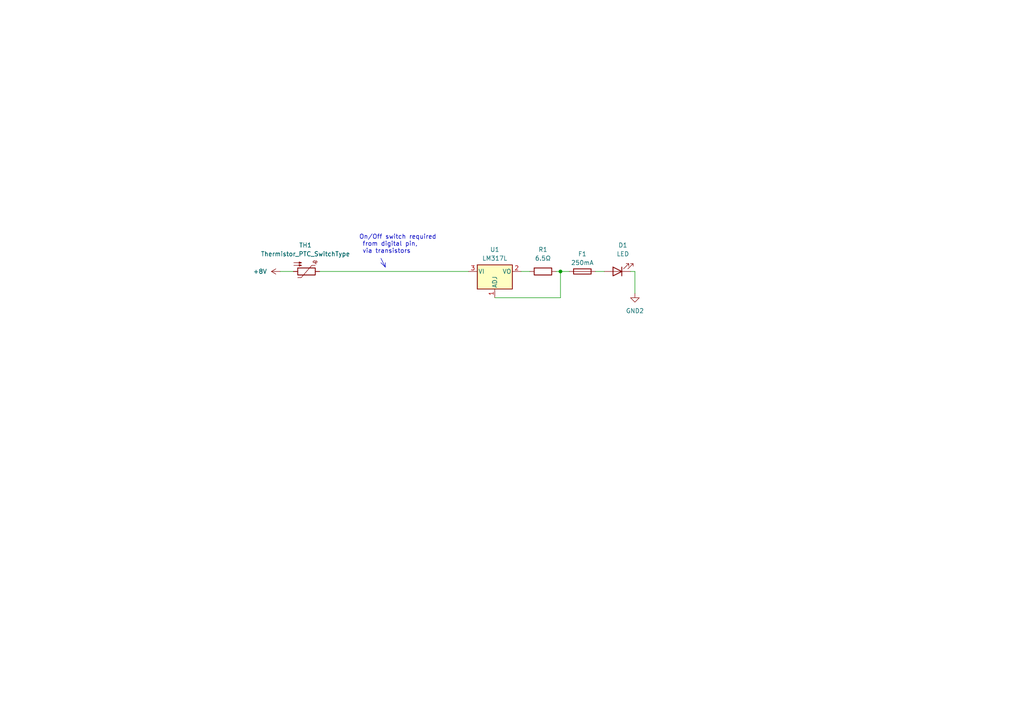
<source format=kicad_sch>
(kicad_sch (version 20230121) (generator eeschema)

  (uuid 4b2dfb37-bdac-47fc-b2cf-4baa192ecb6e)

  (paper "A4")

  (lib_symbols
    (symbol "Device:Fuse" (pin_numbers hide) (pin_names (offset 0)) (in_bom yes) (on_board yes)
      (property "Reference" "F" (at 2.032 0 90)
        (effects (font (size 1.27 1.27)))
      )
      (property "Value" "Fuse" (at -1.905 0 90)
        (effects (font (size 1.27 1.27)))
      )
      (property "Footprint" "" (at -1.778 0 90)
        (effects (font (size 1.27 1.27)) hide)
      )
      (property "Datasheet" "~" (at 0 0 0)
        (effects (font (size 1.27 1.27)) hide)
      )
      (property "ki_keywords" "fuse" (at 0 0 0)
        (effects (font (size 1.27 1.27)) hide)
      )
      (property "ki_description" "Fuse" (at 0 0 0)
        (effects (font (size 1.27 1.27)) hide)
      )
      (property "ki_fp_filters" "*Fuse*" (at 0 0 0)
        (effects (font (size 1.27 1.27)) hide)
      )
      (symbol "Fuse_0_1"
        (rectangle (start -0.762 -2.54) (end 0.762 2.54)
          (stroke (width 0.254) (type default))
          (fill (type none))
        )
        (polyline
          (pts
            (xy 0 2.54)
            (xy 0 -2.54)
          )
          (stroke (width 0) (type default))
          (fill (type none))
        )
      )
      (symbol "Fuse_1_1"
        (pin passive line (at 0 3.81 270) (length 1.27)
          (name "~" (effects (font (size 1.27 1.27))))
          (number "1" (effects (font (size 1.27 1.27))))
        )
        (pin passive line (at 0 -3.81 90) (length 1.27)
          (name "~" (effects (font (size 1.27 1.27))))
          (number "2" (effects (font (size 1.27 1.27))))
        )
      )
    )
    (symbol "Device:LED" (pin_numbers hide) (pin_names (offset 1.016) hide) (in_bom yes) (on_board yes)
      (property "Reference" "D" (at 0 2.54 0)
        (effects (font (size 1.27 1.27)))
      )
      (property "Value" "LED" (at 0 -2.54 0)
        (effects (font (size 1.27 1.27)))
      )
      (property "Footprint" "" (at 0 0 0)
        (effects (font (size 1.27 1.27)) hide)
      )
      (property "Datasheet" "~" (at 0 0 0)
        (effects (font (size 1.27 1.27)) hide)
      )
      (property "ki_keywords" "LED diode" (at 0 0 0)
        (effects (font (size 1.27 1.27)) hide)
      )
      (property "ki_description" "Light emitting diode" (at 0 0 0)
        (effects (font (size 1.27 1.27)) hide)
      )
      (property "ki_fp_filters" "LED* LED_SMD:* LED_THT:*" (at 0 0 0)
        (effects (font (size 1.27 1.27)) hide)
      )
      (symbol "LED_0_1"
        (polyline
          (pts
            (xy -1.27 -1.27)
            (xy -1.27 1.27)
          )
          (stroke (width 0.254) (type default))
          (fill (type none))
        )
        (polyline
          (pts
            (xy -1.27 0)
            (xy 1.27 0)
          )
          (stroke (width 0) (type default))
          (fill (type none))
        )
        (polyline
          (pts
            (xy 1.27 -1.27)
            (xy 1.27 1.27)
            (xy -1.27 0)
            (xy 1.27 -1.27)
          )
          (stroke (width 0.254) (type default))
          (fill (type none))
        )
        (polyline
          (pts
            (xy -3.048 -0.762)
            (xy -4.572 -2.286)
            (xy -3.81 -2.286)
            (xy -4.572 -2.286)
            (xy -4.572 -1.524)
          )
          (stroke (width 0) (type default))
          (fill (type none))
        )
        (polyline
          (pts
            (xy -1.778 -0.762)
            (xy -3.302 -2.286)
            (xy -2.54 -2.286)
            (xy -3.302 -2.286)
            (xy -3.302 -1.524)
          )
          (stroke (width 0) (type default))
          (fill (type none))
        )
      )
      (symbol "LED_1_1"
        (pin passive line (at -3.81 0 0) (length 2.54)
          (name "K" (effects (font (size 1.27 1.27))))
          (number "1" (effects (font (size 1.27 1.27))))
        )
        (pin passive line (at 3.81 0 180) (length 2.54)
          (name "A" (effects (font (size 1.27 1.27))))
          (number "2" (effects (font (size 1.27 1.27))))
        )
      )
    )
    (symbol "Device:R" (pin_numbers hide) (pin_names (offset 0)) (in_bom yes) (on_board yes)
      (property "Reference" "R" (at 2.032 0 90)
        (effects (font (size 1.27 1.27)))
      )
      (property "Value" "R" (at 0 0 90)
        (effects (font (size 1.27 1.27)))
      )
      (property "Footprint" "" (at -1.778 0 90)
        (effects (font (size 1.27 1.27)) hide)
      )
      (property "Datasheet" "~" (at 0 0 0)
        (effects (font (size 1.27 1.27)) hide)
      )
      (property "ki_keywords" "R res resistor" (at 0 0 0)
        (effects (font (size 1.27 1.27)) hide)
      )
      (property "ki_description" "Resistor" (at 0 0 0)
        (effects (font (size 1.27 1.27)) hide)
      )
      (property "ki_fp_filters" "R_*" (at 0 0 0)
        (effects (font (size 1.27 1.27)) hide)
      )
      (symbol "R_0_1"
        (rectangle (start -1.016 -2.54) (end 1.016 2.54)
          (stroke (width 0.254) (type default))
          (fill (type none))
        )
      )
      (symbol "R_1_1"
        (pin passive line (at 0 3.81 270) (length 1.27)
          (name "~" (effects (font (size 1.27 1.27))))
          (number "1" (effects (font (size 1.27 1.27))))
        )
        (pin passive line (at 0 -3.81 90) (length 1.27)
          (name "~" (effects (font (size 1.27 1.27))))
          (number "2" (effects (font (size 1.27 1.27))))
        )
      )
    )
    (symbol "Device:Thermistor_PTC" (pin_numbers hide) (pin_names (offset 0)) (in_bom yes) (on_board yes)
      (property "Reference" "TH" (at -4.064 0 90)
        (effects (font (size 1.27 1.27)))
      )
      (property "Value" "Thermistor_PTC" (at 3.048 0 90)
        (effects (font (size 1.27 1.27)))
      )
      (property "Footprint" "" (at 1.27 -5.08 0)
        (effects (font (size 1.27 1.27)) (justify left) hide)
      )
      (property "Datasheet" "~" (at 0 0 0)
        (effects (font (size 1.27 1.27)) hide)
      )
      (property "ki_keywords" "resistor PTC thermistor sensor RTD" (at 0 0 0)
        (effects (font (size 1.27 1.27)) hide)
      )
      (property "ki_description" "Temperature dependent resistor, positive temperature coefficient" (at 0 0 0)
        (effects (font (size 1.27 1.27)) hide)
      )
      (property "ki_fp_filters" "*PTC* *Thermistor* PIN?ARRAY* bornier* *Terminal?Block* R_*" (at 0 0 0)
        (effects (font (size 1.27 1.27)) hide)
      )
      (symbol "Thermistor_PTC_0_1"
        (arc (start -3.048 2.159) (mid -3.0495 2.3143) (end -3.175 2.413)
          (stroke (width 0) (type default))
          (fill (type none))
        )
        (arc (start -3.048 2.159) (mid -2.9736 1.9794) (end -2.794 1.905)
          (stroke (width 0) (type default))
          (fill (type none))
        )
        (arc (start -3.048 2.794) (mid -2.9736 2.6144) (end -2.794 2.54)
          (stroke (width 0) (type default))
          (fill (type none))
        )
        (arc (start -2.794 1.905) (mid -2.6144 1.9794) (end -2.54 2.159)
          (stroke (width 0) (type default))
          (fill (type none))
        )
        (arc (start -2.794 2.54) (mid -2.4393 2.5587) (end -2.159 2.794)
          (stroke (width 0) (type default))
          (fill (type none))
        )
        (arc (start -2.794 3.048) (mid -2.9736 2.9736) (end -3.048 2.794)
          (stroke (width 0) (type default))
          (fill (type none))
        )
        (arc (start -2.54 2.794) (mid -2.6144 2.9736) (end -2.794 3.048)
          (stroke (width 0) (type default))
          (fill (type none))
        )
        (rectangle (start -1.016 2.54) (end 1.016 -2.54)
          (stroke (width 0.254) (type default))
          (fill (type none))
        )
        (polyline
          (pts
            (xy -2.54 2.159)
            (xy -2.54 2.794)
          )
          (stroke (width 0) (type default))
          (fill (type none))
        )
        (polyline
          (pts
            (xy -1.778 2.54)
            (xy -1.778 1.524)
            (xy 1.778 -1.524)
            (xy 1.778 -2.54)
          )
          (stroke (width 0) (type default))
          (fill (type none))
        )
        (polyline
          (pts
            (xy -2.54 -3.683)
            (xy -2.54 -1.397)
            (xy -2.794 -2.159)
            (xy -2.286 -2.159)
            (xy -2.54 -1.397)
            (xy -2.54 -1.651)
          )
          (stroke (width 0) (type default))
          (fill (type outline))
        )
        (polyline
          (pts
            (xy -1.778 -3.683)
            (xy -1.778 -1.397)
            (xy -2.032 -2.159)
            (xy -1.524 -2.159)
            (xy -1.778 -1.397)
            (xy -1.778 -1.651)
          )
          (stroke (width 0) (type default))
          (fill (type outline))
        )
      )
      (symbol "Thermistor_PTC_1_1"
        (pin passive line (at 0 3.81 270) (length 1.27)
          (name "~" (effects (font (size 1.27 1.27))))
          (number "1" (effects (font (size 1.27 1.27))))
        )
        (pin passive line (at 0 -3.81 90) (length 1.27)
          (name "~" (effects (font (size 1.27 1.27))))
          (number "2" (effects (font (size 1.27 1.27))))
        )
      )
    )
    (symbol "Regulator_Linear:LM317L_SOT-89" (pin_names (offset 0.254)) (in_bom yes) (on_board yes)
      (property "Reference" "U" (at -3.81 3.175 0)
        (effects (font (size 1.27 1.27)))
      )
      (property "Value" "LM317L_SOT-89" (at 0 3.175 0)
        (effects (font (size 1.27 1.27)) (justify left))
      )
      (property "Footprint" "Package_TO_SOT_SMD:SOT-89-3" (at 0 6.35 0)
        (effects (font (size 1.27 1.27) italic) hide)
      )
      (property "Datasheet" "http://www.ti.com/lit/ds/symlink/lm317l.pdf" (at 0 0 0)
        (effects (font (size 1.27 1.27)) hide)
      )
      (property "ki_keywords" "Adjustable Voltage Regulator 1A Positive" (at 0 0 0)
        (effects (font (size 1.27 1.27)) hide)
      )
      (property "ki_description" "100mA 35V Adjustable Linear Regulator, SOT-89" (at 0 0 0)
        (effects (font (size 1.27 1.27)) hide)
      )
      (property "ki_fp_filters" "SOT?89*" (at 0 0 0)
        (effects (font (size 1.27 1.27)) hide)
      )
      (symbol "LM317L_SOT-89_0_1"
        (rectangle (start -5.08 1.905) (end 5.08 -5.08)
          (stroke (width 0.254) (type default))
          (fill (type background))
        )
      )
      (symbol "LM317L_SOT-89_1_1"
        (pin input line (at 0 -7.62 90) (length 2.54)
          (name "ADJ" (effects (font (size 1.27 1.27))))
          (number "1" (effects (font (size 1.27 1.27))))
        )
        (pin power_out line (at 7.62 0 180) (length 2.54)
          (name "VO" (effects (font (size 1.27 1.27))))
          (number "2" (effects (font (size 1.27 1.27))))
        )
        (pin power_in line (at -7.62 0 0) (length 2.54)
          (name "VI" (effects (font (size 1.27 1.27))))
          (number "3" (effects (font (size 1.27 1.27))))
        )
      )
    )
    (symbol "power:+8V" (power) (pin_names (offset 0)) (in_bom yes) (on_board yes)
      (property "Reference" "#PWR" (at 0 -3.81 0)
        (effects (font (size 1.27 1.27)) hide)
      )
      (property "Value" "+8V" (at 0 3.556 0)
        (effects (font (size 1.27 1.27)))
      )
      (property "Footprint" "" (at 0 0 0)
        (effects (font (size 1.27 1.27)) hide)
      )
      (property "Datasheet" "" (at 0 0 0)
        (effects (font (size 1.27 1.27)) hide)
      )
      (property "ki_keywords" "global power" (at 0 0 0)
        (effects (font (size 1.27 1.27)) hide)
      )
      (property "ki_description" "Power symbol creates a global label with name \"+8V\"" (at 0 0 0)
        (effects (font (size 1.27 1.27)) hide)
      )
      (symbol "+8V_0_1"
        (polyline
          (pts
            (xy -0.762 1.27)
            (xy 0 2.54)
          )
          (stroke (width 0) (type default))
          (fill (type none))
        )
        (polyline
          (pts
            (xy 0 0)
            (xy 0 2.54)
          )
          (stroke (width 0) (type default))
          (fill (type none))
        )
        (polyline
          (pts
            (xy 0 2.54)
            (xy 0.762 1.27)
          )
          (stroke (width 0) (type default))
          (fill (type none))
        )
      )
      (symbol "+8V_1_1"
        (pin power_in line (at 0 0 90) (length 0) hide
          (name "+8V" (effects (font (size 1.27 1.27))))
          (number "1" (effects (font (size 1.27 1.27))))
        )
      )
    )
    (symbol "power:GND2" (power) (pin_names (offset 0)) (in_bom yes) (on_board yes)
      (property "Reference" "#PWR" (at 0 -6.35 0)
        (effects (font (size 1.27 1.27)) hide)
      )
      (property "Value" "GND2" (at 0 -3.81 0)
        (effects (font (size 1.27 1.27)))
      )
      (property "Footprint" "" (at 0 0 0)
        (effects (font (size 1.27 1.27)) hide)
      )
      (property "Datasheet" "" (at 0 0 0)
        (effects (font (size 1.27 1.27)) hide)
      )
      (property "ki_keywords" "global power" (at 0 0 0)
        (effects (font (size 1.27 1.27)) hide)
      )
      (property "ki_description" "Power symbol creates a global label with name \"GND2\" , ground" (at 0 0 0)
        (effects (font (size 1.27 1.27)) hide)
      )
      (symbol "GND2_0_1"
        (polyline
          (pts
            (xy 0 0)
            (xy 0 -1.27)
            (xy 1.27 -1.27)
            (xy 0 -2.54)
            (xy -1.27 -1.27)
            (xy 0 -1.27)
          )
          (stroke (width 0) (type default))
          (fill (type none))
        )
      )
      (symbol "GND2_1_1"
        (pin power_in line (at 0 0 270) (length 0) hide
          (name "GND2" (effects (font (size 1.27 1.27))))
          (number "1" (effects (font (size 1.27 1.27))))
        )
      )
    )
  )

  (junction (at 162.56 78.74) (diameter 0) (color 0 0 0 0)
    (uuid 52699a15-4246-4315-8758-31efc0b552b1)
  )

  (wire (pts (xy 81.28 78.74) (xy 85.09 78.74))
    (stroke (width 0) (type default))
    (uuid 1d92d4d0-27b9-48e1-ba87-74b90079dd48)
  )
  (polyline (pts (xy 111.76 77.47) (xy 110.49 76.2))
    (stroke (width 0) (type default))
    (uuid 256ed7a8-ea10-4959-8d7b-3e6a2e5ccceb)
  )

  (wire (pts (xy 153.67 78.74) (xy 151.13 78.74))
    (stroke (width 0) (type default))
    (uuid 36f57075-55fd-4025-b5b3-80cb1c6cee91)
  )
  (wire (pts (xy 184.15 78.74) (xy 184.15 85.09))
    (stroke (width 0) (type default))
    (uuid 58df62a5-7203-446e-a733-f80a85ddf889)
  )
  (wire (pts (xy 172.72 78.74) (xy 175.26 78.74))
    (stroke (width 0) (type default))
    (uuid 60e217d0-4a4d-47f9-a750-2e390b6765d2)
  )
  (wire (pts (xy 162.56 86.36) (xy 143.51 86.36))
    (stroke (width 0) (type default))
    (uuid 6912f97c-5868-405a-9031-870081d3c714)
  )
  (polyline (pts (xy 110.49 74.93) (xy 111.76 77.47))
    (stroke (width 0) (type default))
    (uuid 6b9d5f20-2e4c-429a-801e-4ad9adb43ccb)
  )

  (wire (pts (xy 162.56 78.74) (xy 162.56 86.36))
    (stroke (width 0) (type default))
    (uuid cd2c0dcc-144b-4f20-8d9f-cd776e33ebd8)
  )
  (wire (pts (xy 161.29 78.74) (xy 162.56 78.74))
    (stroke (width 0) (type default))
    (uuid da313fcf-d7d4-4b6a-86d9-f2dcac13ef30)
  )
  (wire (pts (xy 162.56 78.74) (xy 165.1 78.74))
    (stroke (width 0) (type default))
    (uuid ebd10391-0b7e-4664-83f5-5d5e0e28884d)
  )
  (polyline (pts (xy 111.76 76.2) (xy 111.76 77.47))
    (stroke (width 0) (type default))
    (uuid ecafe496-f905-4b28-8189-4347239cd766)
  )

  (wire (pts (xy 92.71 78.74) (xy 135.89 78.74))
    (stroke (width 0) (type default))
    (uuid f8955280-18ea-4869-9b0c-9d19599c29e8)
  )
  (wire (pts (xy 184.15 78.74) (xy 182.88 78.74))
    (stroke (width 0) (type default))
    (uuid fe61b922-da6b-450c-94df-4a1a5de022f8)
  )

  (text "On/Off switch required\n from digital pin,\n via transistors"
    (at 104.14 73.66 0)
    (effects (font (size 1.27 1.27)) (justify left bottom))
    (uuid 34f56a6e-ebc7-434e-a73f-caadba1ba976)
  )

  (symbol (lib_id "power:GND2") (at 184.15 85.09 0) (unit 1)
    (in_bom yes) (on_board yes) (dnp no) (fields_autoplaced)
    (uuid 0b623260-27e5-4ca7-9c2e-f37ed01e5441)
    (property "Reference" "#PWR011" (at 184.15 91.44 0)
      (effects (font (size 1.27 1.27)) hide)
    )
    (property "Value" "GND2" (at 184.15 90.17 0)
      (effects (font (size 1.27 1.27)))
    )
    (property "Footprint" "" (at 184.15 85.09 0)
      (effects (font (size 1.27 1.27)) hide)
    )
    (property "Datasheet" "" (at 184.15 85.09 0)
      (effects (font (size 1.27 1.27)) hide)
    )
    (pin "1" (uuid 9bfe76b0-471f-4edd-88c2-46199c33185d))
    (instances
      (project "KaCat1-2 wiring"
        (path "/5d2fc9f9-e9c7-40c5-b3fa-7f2393597598/b3e38a58-c382-4799-b908-63320a51c951"
          (reference "#PWR011") (unit 1)
        )
      )
    )
  )

  (symbol (lib_id "Device:Thermistor_PTC") (at 88.9 78.74 270) (unit 1)
    (in_bom yes) (on_board yes) (dnp no) (fields_autoplaced)
    (uuid 0c9681cc-9c74-468c-b16d-2c6e76a4d062)
    (property "Reference" "TH1" (at 88.5825 71.12 90)
      (effects (font (size 1.27 1.27)))
    )
    (property "Value" "Thermistor_PTC_SwitchType" (at 88.5825 73.66 90)
      (effects (font (size 1.27 1.27)))
    )
    (property "Footprint" "" (at 83.82 80.01 0)
      (effects (font (size 1.27 1.27)) (justify left) hide)
    )
    (property "Datasheet" "~" (at 88.9 78.74 0)
      (effects (font (size 1.27 1.27)) hide)
    )
    (pin "1" (uuid dc73f686-6afa-4ac6-b2fd-32ebe938dfdb))
    (pin "2" (uuid d6f7a9c4-279b-4a59-a110-e6bcf61c9e11))
    (instances
      (project "KaCat1-2 wiring"
        (path "/5d2fc9f9-e9c7-40c5-b3fa-7f2393597598/b3e38a58-c382-4799-b908-63320a51c951"
          (reference "TH1") (unit 1)
        )
      )
    )
  )

  (symbol (lib_id "Device:Fuse") (at 168.91 78.74 270) (unit 1)
    (in_bom yes) (on_board yes) (dnp no) (fields_autoplaced)
    (uuid 41bcbe88-e104-4cb4-8a63-3f297ae8c3c3)
    (property "Reference" "F1" (at 168.91 73.66 90)
      (effects (font (size 1.27 1.27)))
    )
    (property "Value" "250mA" (at 168.91 76.2 90)
      (effects (font (size 1.27 1.27)))
    )
    (property "Footprint" "" (at 168.91 76.962 90)
      (effects (font (size 1.27 1.27)) hide)
    )
    (property "Datasheet" "~" (at 168.91 78.74 0)
      (effects (font (size 1.27 1.27)) hide)
    )
    (pin "2" (uuid 601212d5-31d1-4b5d-a911-5dd923397760))
    (pin "1" (uuid 314ccf57-aea0-4eea-abf5-67ce97b728fc))
    (instances
      (project "KaCat1-2 wiring"
        (path "/5d2fc9f9-e9c7-40c5-b3fa-7f2393597598/b3e38a58-c382-4799-b908-63320a51c951"
          (reference "F1") (unit 1)
        )
      )
    )
  )

  (symbol (lib_id "Device:R") (at 157.48 78.74 270) (unit 1)
    (in_bom yes) (on_board yes) (dnp no) (fields_autoplaced)
    (uuid 6986096d-7ba2-43ae-8dc9-f29e33a5155e)
    (property "Reference" "R1" (at 157.48 72.39 90)
      (effects (font (size 1.27 1.27)))
    )
    (property "Value" "6.5Ω" (at 157.48 74.93 90)
      (effects (font (size 1.27 1.27)))
    )
    (property "Footprint" "" (at 157.48 76.962 90)
      (effects (font (size 1.27 1.27)) hide)
    )
    (property "Datasheet" "~" (at 157.48 78.74 0)
      (effects (font (size 1.27 1.27)) hide)
    )
    (pin "2" (uuid 9f906912-1f61-4aff-8e99-8a228c1b3abe))
    (pin "1" (uuid 441b3952-e9c9-424a-aaca-40b0ab63ff6e))
    (instances
      (project "KaCat1-2 wiring"
        (path "/5d2fc9f9-e9c7-40c5-b3fa-7f2393597598/b3e38a58-c382-4799-b908-63320a51c951"
          (reference "R1") (unit 1)
        )
      )
    )
  )

  (symbol (lib_id "Regulator_Linear:LM317L_SOT-89") (at 143.51 78.74 0) (unit 1)
    (in_bom yes) (on_board yes) (dnp no) (fields_autoplaced)
    (uuid ca94a07c-6066-4909-b3fe-0237a6522020)
    (property "Reference" "U1" (at 143.51 72.39 0)
      (effects (font (size 1.27 1.27)))
    )
    (property "Value" "LM317L" (at 143.51 74.93 0)
      (effects (font (size 1.27 1.27)))
    )
    (property "Footprint" "Package_TO_SOT_SMD:SOT-89-3" (at 143.51 72.39 0)
      (effects (font (size 1.27 1.27) italic) hide)
    )
    (property "Datasheet" "http://www.ti.com/lit/ds/symlink/lm317l.pdf" (at 143.51 78.74 0)
      (effects (font (size 1.27 1.27)) hide)
    )
    (pin "3" (uuid 8fb5b1e3-2ef9-4080-91b1-861d92ffff85))
    (pin "1" (uuid 916cdfa5-9411-43c9-a67a-040496e57842))
    (pin "2" (uuid ddca7bc5-32c9-426c-8e46-6fa216369684))
    (instances
      (project "KaCat1-2 wiring"
        (path "/5d2fc9f9-e9c7-40c5-b3fa-7f2393597598/b3e38a58-c382-4799-b908-63320a51c951"
          (reference "U1") (unit 1)
        )
      )
    )
  )

  (symbol (lib_id "power:+8V") (at 81.28 78.74 90) (unit 1)
    (in_bom yes) (on_board yes) (dnp no) (fields_autoplaced)
    (uuid de26ab7d-5102-40cc-b195-c883d9cdcfe2)
    (property "Reference" "#PWR014" (at 85.09 78.74 0)
      (effects (font (size 1.27 1.27)) hide)
    )
    (property "Value" "+8V" (at 77.47 78.74 90)
      (effects (font (size 1.27 1.27)) (justify left))
    )
    (property "Footprint" "" (at 81.28 78.74 0)
      (effects (font (size 1.27 1.27)) hide)
    )
    (property "Datasheet" "" (at 81.28 78.74 0)
      (effects (font (size 1.27 1.27)) hide)
    )
    (pin "1" (uuid 9b6dcd21-a5a1-4b21-9502-9953b7c91d28))
    (instances
      (project "KaCat1-2 wiring"
        (path "/5d2fc9f9-e9c7-40c5-b3fa-7f2393597598/b3e38a58-c382-4799-b908-63320a51c951"
          (reference "#PWR014") (unit 1)
        )
      )
    )
  )

  (symbol (lib_id "Device:LED") (at 179.07 78.74 180) (unit 1)
    (in_bom yes) (on_board yes) (dnp no)
    (uuid e9b391e1-10c9-4d8d-8f8c-5f50a349d39b)
    (property "Reference" "D1" (at 180.6575 71.12 0)
      (effects (font (size 1.27 1.27)))
    )
    (property "Value" "LED" (at 180.6575 73.66 0)
      (effects (font (size 1.27 1.27)))
    )
    (property "Footprint" "" (at 179.07 78.74 0)
      (effects (font (size 1.27 1.27)) hide)
    )
    (property "Datasheet" "~" (at 179.07 78.74 0)
      (effects (font (size 1.27 1.27)) hide)
    )
    (pin "1" (uuid 138c61ff-f983-4f73-86f9-ff2d9a5d748a))
    (pin "2" (uuid e324a167-ed9a-433a-8fb1-711187a24858))
    (instances
      (project "KaCat1-2 wiring"
        (path "/5d2fc9f9-e9c7-40c5-b3fa-7f2393597598/b3e38a58-c382-4799-b908-63320a51c951"
          (reference "D1") (unit 1)
        )
      )
    )
  )
)

</source>
